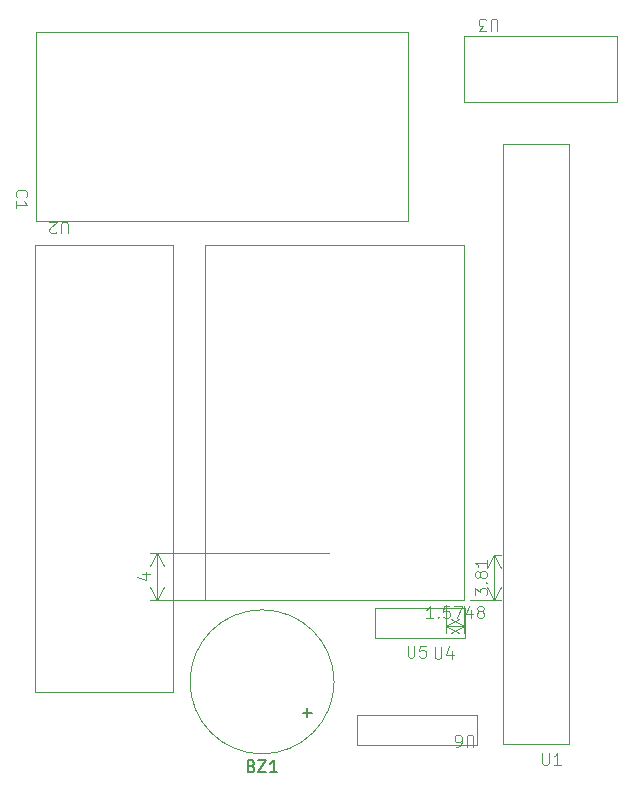
<source format=gbr>
%TF.GenerationSoftware,KiCad,Pcbnew,9.0.2*%
%TF.CreationDate,2025-10-13T23:26:23-04:00*%
%TF.ProjectId,PiHat,50694861-742e-46b6-9963-61645f706362,rev?*%
%TF.SameCoordinates,Original*%
%TF.FileFunction,Legend,Top*%
%TF.FilePolarity,Positive*%
%FSLAX46Y46*%
G04 Gerber Fmt 4.6, Leading zero omitted, Abs format (unit mm)*
G04 Created by KiCad (PCBNEW 9.0.2) date 2025-10-13 23:26:23*
%MOMM*%
%LPD*%
G01*
G04 APERTURE LIST*
%ADD10C,0.100000*%
%ADD11C,0.150000*%
%ADD12C,0.120000*%
G04 APERTURE END LIST*
D10*
X170613095Y-137345419D02*
X170613095Y-138154942D01*
X170613095Y-138154942D02*
X170660714Y-138250180D01*
X170660714Y-138250180D02*
X170708333Y-138297800D01*
X170708333Y-138297800D02*
X170803571Y-138345419D01*
X170803571Y-138345419D02*
X170994047Y-138345419D01*
X170994047Y-138345419D02*
X171089285Y-138297800D01*
X171089285Y-138297800D02*
X171136904Y-138250180D01*
X171136904Y-138250180D02*
X171184523Y-138154942D01*
X171184523Y-138154942D02*
X171184523Y-137345419D01*
X172184523Y-138345419D02*
X171613095Y-138345419D01*
X171898809Y-138345419D02*
X171898809Y-137345419D01*
X171898809Y-137345419D02*
X171803571Y-137488276D01*
X171803571Y-137488276D02*
X171708333Y-137583514D01*
X171708333Y-137583514D02*
X171613095Y-137631133D01*
X126135819Y-90257333D02*
X126088200Y-90209714D01*
X126088200Y-90209714D02*
X126040580Y-90066857D01*
X126040580Y-90066857D02*
X126040580Y-89971619D01*
X126040580Y-89971619D02*
X126088200Y-89828762D01*
X126088200Y-89828762D02*
X126183438Y-89733524D01*
X126183438Y-89733524D02*
X126278676Y-89685905D01*
X126278676Y-89685905D02*
X126469152Y-89638286D01*
X126469152Y-89638286D02*
X126612009Y-89638286D01*
X126612009Y-89638286D02*
X126802485Y-89685905D01*
X126802485Y-89685905D02*
X126897723Y-89733524D01*
X126897723Y-89733524D02*
X126992961Y-89828762D01*
X126992961Y-89828762D02*
X127040580Y-89971619D01*
X127040580Y-89971619D02*
X127040580Y-90066857D01*
X127040580Y-90066857D02*
X126992961Y-90209714D01*
X126992961Y-90209714D02*
X126945342Y-90257333D01*
X126040580Y-91209714D02*
X126040580Y-90638286D01*
X126040580Y-90924000D02*
X127040580Y-90924000D01*
X127040580Y-90924000D02*
X126897723Y-90828762D01*
X126897723Y-90828762D02*
X126802485Y-90733524D01*
X126802485Y-90733524D02*
X126754866Y-90638286D01*
D11*
X146021047Y-138449009D02*
X146163904Y-138496628D01*
X146163904Y-138496628D02*
X146211523Y-138544247D01*
X146211523Y-138544247D02*
X146259142Y-138639485D01*
X146259142Y-138639485D02*
X146259142Y-138782342D01*
X146259142Y-138782342D02*
X146211523Y-138877580D01*
X146211523Y-138877580D02*
X146163904Y-138925200D01*
X146163904Y-138925200D02*
X146068666Y-138972819D01*
X146068666Y-138972819D02*
X145687714Y-138972819D01*
X145687714Y-138972819D02*
X145687714Y-137972819D01*
X145687714Y-137972819D02*
X146021047Y-137972819D01*
X146021047Y-137972819D02*
X146116285Y-138020438D01*
X146116285Y-138020438D02*
X146163904Y-138068057D01*
X146163904Y-138068057D02*
X146211523Y-138163295D01*
X146211523Y-138163295D02*
X146211523Y-138258533D01*
X146211523Y-138258533D02*
X146163904Y-138353771D01*
X146163904Y-138353771D02*
X146116285Y-138401390D01*
X146116285Y-138401390D02*
X146021047Y-138449009D01*
X146021047Y-138449009D02*
X145687714Y-138449009D01*
X146592476Y-137972819D02*
X147259142Y-137972819D01*
X147259142Y-137972819D02*
X146592476Y-138972819D01*
X146592476Y-138972819D02*
X147259142Y-138972819D01*
X148163904Y-138972819D02*
X147592476Y-138972819D01*
X147878190Y-138972819D02*
X147878190Y-137972819D01*
X147878190Y-137972819D02*
X147782952Y-138115676D01*
X147782952Y-138115676D02*
X147687714Y-138210914D01*
X147687714Y-138210914D02*
X147592476Y-138258533D01*
X150331048Y-133931866D02*
X151092953Y-133931866D01*
X150712000Y-134312819D02*
X150712000Y-133550914D01*
D10*
X130469904Y-93353580D02*
X130469904Y-92544057D01*
X130469904Y-92544057D02*
X130422285Y-92448819D01*
X130422285Y-92448819D02*
X130374666Y-92401200D01*
X130374666Y-92401200D02*
X130279428Y-92353580D01*
X130279428Y-92353580D02*
X130088952Y-92353580D01*
X130088952Y-92353580D02*
X129993714Y-92401200D01*
X129993714Y-92401200D02*
X129946095Y-92448819D01*
X129946095Y-92448819D02*
X129898476Y-92544057D01*
X129898476Y-92544057D02*
X129898476Y-93353580D01*
X129469904Y-93258342D02*
X129422285Y-93305961D01*
X129422285Y-93305961D02*
X129327047Y-93353580D01*
X129327047Y-93353580D02*
X129088952Y-93353580D01*
X129088952Y-93353580D02*
X128993714Y-93305961D01*
X128993714Y-93305961D02*
X128946095Y-93258342D01*
X128946095Y-93258342D02*
X128898476Y-93163104D01*
X128898476Y-93163104D02*
X128898476Y-93067866D01*
X128898476Y-93067866D02*
X128946095Y-92925009D01*
X128946095Y-92925009D02*
X129517523Y-92353580D01*
X129517523Y-92353580D02*
X128898476Y-92353580D01*
X164796904Y-136806580D02*
X164796904Y-135997057D01*
X164796904Y-135997057D02*
X164749285Y-135901819D01*
X164749285Y-135901819D02*
X164701666Y-135854200D01*
X164701666Y-135854200D02*
X164606428Y-135806580D01*
X164606428Y-135806580D02*
X164415952Y-135806580D01*
X164415952Y-135806580D02*
X164320714Y-135854200D01*
X164320714Y-135854200D02*
X164273095Y-135901819D01*
X164273095Y-135901819D02*
X164225476Y-135997057D01*
X164225476Y-135997057D02*
X164225476Y-136806580D01*
X163320714Y-136806580D02*
X163511190Y-136806580D01*
X163511190Y-136806580D02*
X163606428Y-136758961D01*
X163606428Y-136758961D02*
X163654047Y-136711342D01*
X163654047Y-136711342D02*
X163749285Y-136568485D01*
X163749285Y-136568485D02*
X163796904Y-136378009D01*
X163796904Y-136378009D02*
X163796904Y-135997057D01*
X163796904Y-135997057D02*
X163749285Y-135901819D01*
X163749285Y-135901819D02*
X163701666Y-135854200D01*
X163701666Y-135854200D02*
X163606428Y-135806580D01*
X163606428Y-135806580D02*
X163415952Y-135806580D01*
X163415952Y-135806580D02*
X163320714Y-135854200D01*
X163320714Y-135854200D02*
X163273095Y-135901819D01*
X163273095Y-135901819D02*
X163225476Y-135997057D01*
X163225476Y-135997057D02*
X163225476Y-136235152D01*
X163225476Y-136235152D02*
X163273095Y-136330390D01*
X163273095Y-136330390D02*
X163320714Y-136378009D01*
X163320714Y-136378009D02*
X163415952Y-136425628D01*
X163415952Y-136425628D02*
X163606428Y-136425628D01*
X163606428Y-136425628D02*
X163701666Y-136378009D01*
X163701666Y-136378009D02*
X163749285Y-136330390D01*
X163749285Y-136330390D02*
X163796904Y-136235152D01*
X136725752Y-122183523D02*
X137392419Y-122183523D01*
X136344800Y-122421618D02*
X137059085Y-122659713D01*
X137059085Y-122659713D02*
X137059085Y-122040666D01*
X164932419Y-123992808D02*
X164932419Y-123373761D01*
X164932419Y-123373761D02*
X165313371Y-123707094D01*
X165313371Y-123707094D02*
X165313371Y-123564237D01*
X165313371Y-123564237D02*
X165360990Y-123468999D01*
X165360990Y-123468999D02*
X165408609Y-123421380D01*
X165408609Y-123421380D02*
X165503847Y-123373761D01*
X165503847Y-123373761D02*
X165741942Y-123373761D01*
X165741942Y-123373761D02*
X165837180Y-123421380D01*
X165837180Y-123421380D02*
X165884800Y-123468999D01*
X165884800Y-123468999D02*
X165932419Y-123564237D01*
X165932419Y-123564237D02*
X165932419Y-123849951D01*
X165932419Y-123849951D02*
X165884800Y-123945189D01*
X165884800Y-123945189D02*
X165837180Y-123992808D01*
X165837180Y-122945189D02*
X165884800Y-122897570D01*
X165884800Y-122897570D02*
X165932419Y-122945189D01*
X165932419Y-122945189D02*
X165884800Y-122992808D01*
X165884800Y-122992808D02*
X165837180Y-122945189D01*
X165837180Y-122945189D02*
X165932419Y-122945189D01*
X165360990Y-122326142D02*
X165313371Y-122421380D01*
X165313371Y-122421380D02*
X165265752Y-122468999D01*
X165265752Y-122468999D02*
X165170514Y-122516618D01*
X165170514Y-122516618D02*
X165122895Y-122516618D01*
X165122895Y-122516618D02*
X165027657Y-122468999D01*
X165027657Y-122468999D02*
X164980038Y-122421380D01*
X164980038Y-122421380D02*
X164932419Y-122326142D01*
X164932419Y-122326142D02*
X164932419Y-122135666D01*
X164932419Y-122135666D02*
X164980038Y-122040428D01*
X164980038Y-122040428D02*
X165027657Y-121992809D01*
X165027657Y-121992809D02*
X165122895Y-121945190D01*
X165122895Y-121945190D02*
X165170514Y-121945190D01*
X165170514Y-121945190D02*
X165265752Y-121992809D01*
X165265752Y-121992809D02*
X165313371Y-122040428D01*
X165313371Y-122040428D02*
X165360990Y-122135666D01*
X165360990Y-122135666D02*
X165360990Y-122326142D01*
X165360990Y-122326142D02*
X165408609Y-122421380D01*
X165408609Y-122421380D02*
X165456228Y-122468999D01*
X165456228Y-122468999D02*
X165551466Y-122516618D01*
X165551466Y-122516618D02*
X165741942Y-122516618D01*
X165741942Y-122516618D02*
X165837180Y-122468999D01*
X165837180Y-122468999D02*
X165884800Y-122421380D01*
X165884800Y-122421380D02*
X165932419Y-122326142D01*
X165932419Y-122326142D02*
X165932419Y-122135666D01*
X165932419Y-122135666D02*
X165884800Y-122040428D01*
X165884800Y-122040428D02*
X165837180Y-121992809D01*
X165837180Y-121992809D02*
X165741942Y-121945190D01*
X165741942Y-121945190D02*
X165551466Y-121945190D01*
X165551466Y-121945190D02*
X165456228Y-121992809D01*
X165456228Y-121992809D02*
X165408609Y-122040428D01*
X165408609Y-122040428D02*
X165360990Y-122135666D01*
X165932419Y-120992809D02*
X165932419Y-121564237D01*
X165932419Y-121278523D02*
X164932419Y-121278523D01*
X164932419Y-121278523D02*
X165075276Y-121373761D01*
X165075276Y-121373761D02*
X165170514Y-121468999D01*
X165170514Y-121468999D02*
X165218133Y-121564237D01*
X161390457Y-125915819D02*
X160819029Y-125915819D01*
X161104743Y-125915819D02*
X161104743Y-124915819D01*
X161104743Y-124915819D02*
X161009505Y-125058676D01*
X161009505Y-125058676D02*
X160914267Y-125153914D01*
X160914267Y-125153914D02*
X160819029Y-125201533D01*
X161819029Y-125820580D02*
X161866648Y-125868200D01*
X161866648Y-125868200D02*
X161819029Y-125915819D01*
X161819029Y-125915819D02*
X161771410Y-125868200D01*
X161771410Y-125868200D02*
X161819029Y-125820580D01*
X161819029Y-125820580D02*
X161819029Y-125915819D01*
X162771409Y-124915819D02*
X162295219Y-124915819D01*
X162295219Y-124915819D02*
X162247600Y-125392009D01*
X162247600Y-125392009D02*
X162295219Y-125344390D01*
X162295219Y-125344390D02*
X162390457Y-125296771D01*
X162390457Y-125296771D02*
X162628552Y-125296771D01*
X162628552Y-125296771D02*
X162723790Y-125344390D01*
X162723790Y-125344390D02*
X162771409Y-125392009D01*
X162771409Y-125392009D02*
X162819028Y-125487247D01*
X162819028Y-125487247D02*
X162819028Y-125725342D01*
X162819028Y-125725342D02*
X162771409Y-125820580D01*
X162771409Y-125820580D02*
X162723790Y-125868200D01*
X162723790Y-125868200D02*
X162628552Y-125915819D01*
X162628552Y-125915819D02*
X162390457Y-125915819D01*
X162390457Y-125915819D02*
X162295219Y-125868200D01*
X162295219Y-125868200D02*
X162247600Y-125820580D01*
X163152362Y-124915819D02*
X163819028Y-124915819D01*
X163819028Y-124915819D02*
X163390457Y-125915819D01*
X164628552Y-125249152D02*
X164628552Y-125915819D01*
X164390457Y-124868200D02*
X164152362Y-125582485D01*
X164152362Y-125582485D02*
X164771409Y-125582485D01*
X165295219Y-125344390D02*
X165199981Y-125296771D01*
X165199981Y-125296771D02*
X165152362Y-125249152D01*
X165152362Y-125249152D02*
X165104743Y-125153914D01*
X165104743Y-125153914D02*
X165104743Y-125106295D01*
X165104743Y-125106295D02*
X165152362Y-125011057D01*
X165152362Y-125011057D02*
X165199981Y-124963438D01*
X165199981Y-124963438D02*
X165295219Y-124915819D01*
X165295219Y-124915819D02*
X165485695Y-124915819D01*
X165485695Y-124915819D02*
X165580933Y-124963438D01*
X165580933Y-124963438D02*
X165628552Y-125011057D01*
X165628552Y-125011057D02*
X165676171Y-125106295D01*
X165676171Y-125106295D02*
X165676171Y-125153914D01*
X165676171Y-125153914D02*
X165628552Y-125249152D01*
X165628552Y-125249152D02*
X165580933Y-125296771D01*
X165580933Y-125296771D02*
X165485695Y-125344390D01*
X165485695Y-125344390D02*
X165295219Y-125344390D01*
X165295219Y-125344390D02*
X165199981Y-125392009D01*
X165199981Y-125392009D02*
X165152362Y-125439628D01*
X165152362Y-125439628D02*
X165104743Y-125534866D01*
X165104743Y-125534866D02*
X165104743Y-125725342D01*
X165104743Y-125725342D02*
X165152362Y-125820580D01*
X165152362Y-125820580D02*
X165199981Y-125868200D01*
X165199981Y-125868200D02*
X165295219Y-125915819D01*
X165295219Y-125915819D02*
X165485695Y-125915819D01*
X165485695Y-125915819D02*
X165580933Y-125868200D01*
X165580933Y-125868200D02*
X165628552Y-125820580D01*
X165628552Y-125820580D02*
X165676171Y-125725342D01*
X165676171Y-125725342D02*
X165676171Y-125534866D01*
X165676171Y-125534866D02*
X165628552Y-125439628D01*
X165628552Y-125439628D02*
X165580933Y-125392009D01*
X165580933Y-125392009D02*
X165485695Y-125344390D01*
X166818904Y-76180580D02*
X166818904Y-75371057D01*
X166818904Y-75371057D02*
X166771285Y-75275819D01*
X166771285Y-75275819D02*
X166723666Y-75228200D01*
X166723666Y-75228200D02*
X166628428Y-75180580D01*
X166628428Y-75180580D02*
X166437952Y-75180580D01*
X166437952Y-75180580D02*
X166342714Y-75228200D01*
X166342714Y-75228200D02*
X166295095Y-75275819D01*
X166295095Y-75275819D02*
X166247476Y-75371057D01*
X166247476Y-75371057D02*
X166247476Y-76180580D01*
X165866523Y-76180580D02*
X165247476Y-76180580D01*
X165247476Y-76180580D02*
X165580809Y-75799628D01*
X165580809Y-75799628D02*
X165437952Y-75799628D01*
X165437952Y-75799628D02*
X165342714Y-75752009D01*
X165342714Y-75752009D02*
X165295095Y-75704390D01*
X165295095Y-75704390D02*
X165247476Y-75609152D01*
X165247476Y-75609152D02*
X165247476Y-75371057D01*
X165247476Y-75371057D02*
X165295095Y-75275819D01*
X165295095Y-75275819D02*
X165342714Y-75228200D01*
X165342714Y-75228200D02*
X165437952Y-75180580D01*
X165437952Y-75180580D02*
X165723666Y-75180580D01*
X165723666Y-75180580D02*
X165818904Y-75228200D01*
X165818904Y-75228200D02*
X165866523Y-75275819D01*
X161517095Y-128362419D02*
X161517095Y-129171942D01*
X161517095Y-129171942D02*
X161564714Y-129267180D01*
X161564714Y-129267180D02*
X161612333Y-129314800D01*
X161612333Y-129314800D02*
X161707571Y-129362419D01*
X161707571Y-129362419D02*
X161898047Y-129362419D01*
X161898047Y-129362419D02*
X161993285Y-129314800D01*
X161993285Y-129314800D02*
X162040904Y-129267180D01*
X162040904Y-129267180D02*
X162088523Y-129171942D01*
X162088523Y-129171942D02*
X162088523Y-128362419D01*
X162993285Y-128695752D02*
X162993285Y-129362419D01*
X162755190Y-128314800D02*
X162517095Y-129029085D01*
X162517095Y-129029085D02*
X163136142Y-129029085D01*
X159231095Y-128259419D02*
X159231095Y-129068942D01*
X159231095Y-129068942D02*
X159278714Y-129164180D01*
X159278714Y-129164180D02*
X159326333Y-129211800D01*
X159326333Y-129211800D02*
X159421571Y-129259419D01*
X159421571Y-129259419D02*
X159612047Y-129259419D01*
X159612047Y-129259419D02*
X159707285Y-129211800D01*
X159707285Y-129211800D02*
X159754904Y-129164180D01*
X159754904Y-129164180D02*
X159802523Y-129068942D01*
X159802523Y-129068942D02*
X159802523Y-128259419D01*
X160754904Y-128259419D02*
X160278714Y-128259419D01*
X160278714Y-128259419D02*
X160231095Y-128735609D01*
X160231095Y-128735609D02*
X160278714Y-128687990D01*
X160278714Y-128687990D02*
X160373952Y-128640371D01*
X160373952Y-128640371D02*
X160612047Y-128640371D01*
X160612047Y-128640371D02*
X160707285Y-128687990D01*
X160707285Y-128687990D02*
X160754904Y-128735609D01*
X160754904Y-128735609D02*
X160802523Y-128830847D01*
X160802523Y-128830847D02*
X160802523Y-129068942D01*
X160802523Y-129068942D02*
X160754904Y-129164180D01*
X160754904Y-129164180D02*
X160707285Y-129211800D01*
X160707285Y-129211800D02*
X160612047Y-129259419D01*
X160612047Y-129259419D02*
X160373952Y-129259419D01*
X160373952Y-129259419D02*
X160278714Y-129211800D01*
X160278714Y-129211800D02*
X160231095Y-129164180D01*
%TO.C,U1*%
X167311000Y-85818000D02*
X172899000Y-85818000D01*
X172899000Y-136618000D01*
X167311000Y-136618000D01*
X167311000Y-85818000D01*
%TO.C,C1*%
X159264000Y-76327000D02*
X127768000Y-76327000D01*
X127768000Y-92329000D01*
X159264000Y-92329000D01*
X159264000Y-76327000D01*
D12*
%TO.C,BZ1*%
X153002000Y-131318000D02*
G75*
G02*
X140802000Y-131318000I-6100000J0D01*
G01*
X140802000Y-131318000D02*
G75*
G02*
X153002000Y-131318000I6100000J0D01*
G01*
%TO.C,U2*%
D10*
X139360000Y-132181000D02*
X127676000Y-132181000D01*
X127676000Y-94335000D01*
X139360000Y-94335000D01*
X139360000Y-132181000D01*
%TO.C,U6*%
X164035000Y-124374000D02*
X142035000Y-124374000D01*
X142035000Y-94374000D01*
X164035000Y-94374000D01*
X164035000Y-124374000D01*
X136725752Y-122183523D02*
X137392419Y-122183523D01*
X136344800Y-122421618D02*
X137059085Y-122659713D01*
X137059085Y-122659713D02*
X137059085Y-122040666D01*
X152535000Y-120374000D02*
X137448580Y-120374000D01*
X137448580Y-124374000D02*
X152535000Y-124374000D01*
X138035000Y-120374000D02*
X138035000Y-124374000D01*
X138035000Y-120374000D02*
X138621421Y-121500504D01*
X138035000Y-120374000D02*
X137448579Y-121500504D01*
X138035000Y-124374000D02*
X137448579Y-123247496D01*
X138035000Y-124374000D02*
X138621421Y-123247496D01*
X164932419Y-123992808D02*
X164932419Y-123373761D01*
X164932419Y-123373761D02*
X165313371Y-123707094D01*
X165313371Y-123707094D02*
X165313371Y-123564237D01*
X165313371Y-123564237D02*
X165360990Y-123468999D01*
X165360990Y-123468999D02*
X165408609Y-123421380D01*
X165408609Y-123421380D02*
X165503847Y-123373761D01*
X165503847Y-123373761D02*
X165741942Y-123373761D01*
X165741942Y-123373761D02*
X165837180Y-123421380D01*
X165837180Y-123421380D02*
X165884800Y-123468999D01*
X165884800Y-123468999D02*
X165932419Y-123564237D01*
X165932419Y-123564237D02*
X165932419Y-123849951D01*
X165932419Y-123849951D02*
X165884800Y-123945189D01*
X165884800Y-123945189D02*
X165837180Y-123992808D01*
X165837180Y-122945189D02*
X165884800Y-122897570D01*
X165884800Y-122897570D02*
X165932419Y-122945189D01*
X165932419Y-122945189D02*
X165884800Y-122992808D01*
X165884800Y-122992808D02*
X165837180Y-122945189D01*
X165837180Y-122945189D02*
X165932419Y-122945189D01*
X165360990Y-122326142D02*
X165313371Y-122421380D01*
X165313371Y-122421380D02*
X165265752Y-122468999D01*
X165265752Y-122468999D02*
X165170514Y-122516618D01*
X165170514Y-122516618D02*
X165122895Y-122516618D01*
X165122895Y-122516618D02*
X165027657Y-122468999D01*
X165027657Y-122468999D02*
X164980038Y-122421380D01*
X164980038Y-122421380D02*
X164932419Y-122326142D01*
X164932419Y-122326142D02*
X164932419Y-122135666D01*
X164932419Y-122135666D02*
X164980038Y-122040428D01*
X164980038Y-122040428D02*
X165027657Y-121992809D01*
X165027657Y-121992809D02*
X165122895Y-121945190D01*
X165122895Y-121945190D02*
X165170514Y-121945190D01*
X165170514Y-121945190D02*
X165265752Y-121992809D01*
X165265752Y-121992809D02*
X165313371Y-122040428D01*
X165313371Y-122040428D02*
X165360990Y-122135666D01*
X165360990Y-122135666D02*
X165360990Y-122326142D01*
X165360990Y-122326142D02*
X165408609Y-122421380D01*
X165408609Y-122421380D02*
X165456228Y-122468999D01*
X165456228Y-122468999D02*
X165551466Y-122516618D01*
X165551466Y-122516618D02*
X165741942Y-122516618D01*
X165741942Y-122516618D02*
X165837180Y-122468999D01*
X165837180Y-122468999D02*
X165884800Y-122421380D01*
X165884800Y-122421380D02*
X165932419Y-122326142D01*
X165932419Y-122326142D02*
X165932419Y-122135666D01*
X165932419Y-122135666D02*
X165884800Y-122040428D01*
X165884800Y-122040428D02*
X165837180Y-121992809D01*
X165837180Y-121992809D02*
X165741942Y-121945190D01*
X165741942Y-121945190D02*
X165551466Y-121945190D01*
X165551466Y-121945190D02*
X165456228Y-121992809D01*
X165456228Y-121992809D02*
X165408609Y-122040428D01*
X165408609Y-122040428D02*
X165360990Y-122135666D01*
X165932419Y-120992809D02*
X165932419Y-121564237D01*
X165932419Y-121278523D02*
X164932419Y-121278523D01*
X164932419Y-121278523D02*
X165075276Y-121373761D01*
X165075276Y-121373761D02*
X165170514Y-121468999D01*
X165170514Y-121468999D02*
X165218133Y-121564237D01*
X164535000Y-124374000D02*
X167161420Y-124374000D01*
X167161420Y-120564000D02*
X166567000Y-120564000D01*
X166575000Y-124374000D02*
X166575000Y-120564000D01*
X166575000Y-124374000D02*
X165988579Y-123247496D01*
X166575000Y-124374000D02*
X167161421Y-123247496D01*
X166575000Y-120564000D02*
X167161421Y-121690504D01*
X166575000Y-120564000D02*
X165988579Y-121690504D01*
X161390457Y-125915819D02*
X160819029Y-125915819D01*
X161104743Y-125915819D02*
X161104743Y-124915819D01*
X161104743Y-124915819D02*
X161009505Y-125058676D01*
X161009505Y-125058676D02*
X160914267Y-125153914D01*
X160914267Y-125153914D02*
X160819029Y-125201533D01*
X161819029Y-125820580D02*
X161866648Y-125868200D01*
X161866648Y-125868200D02*
X161819029Y-125915819D01*
X161819029Y-125915819D02*
X161771410Y-125868200D01*
X161771410Y-125868200D02*
X161819029Y-125820580D01*
X161819029Y-125820580D02*
X161819029Y-125915819D01*
X162771409Y-124915819D02*
X162295219Y-124915819D01*
X162295219Y-124915819D02*
X162247600Y-125392009D01*
X162247600Y-125392009D02*
X162295219Y-125344390D01*
X162295219Y-125344390D02*
X162390457Y-125296771D01*
X162390457Y-125296771D02*
X162628552Y-125296771D01*
X162628552Y-125296771D02*
X162723790Y-125344390D01*
X162723790Y-125344390D02*
X162771409Y-125392009D01*
X162771409Y-125392009D02*
X162819028Y-125487247D01*
X162819028Y-125487247D02*
X162819028Y-125725342D01*
X162819028Y-125725342D02*
X162771409Y-125820580D01*
X162771409Y-125820580D02*
X162723790Y-125868200D01*
X162723790Y-125868200D02*
X162628552Y-125915819D01*
X162628552Y-125915819D02*
X162390457Y-125915819D01*
X162390457Y-125915819D02*
X162295219Y-125868200D01*
X162295219Y-125868200D02*
X162247600Y-125820580D01*
X163152362Y-124915819D02*
X163819028Y-124915819D01*
X163819028Y-124915819D02*
X163390457Y-125915819D01*
X164628552Y-125249152D02*
X164628552Y-125915819D01*
X164390457Y-124868200D02*
X164152362Y-125582485D01*
X164152362Y-125582485D02*
X164771409Y-125582485D01*
X165295219Y-125344390D02*
X165199981Y-125296771D01*
X165199981Y-125296771D02*
X165152362Y-125249152D01*
X165152362Y-125249152D02*
X165104743Y-125153914D01*
X165104743Y-125153914D02*
X165104743Y-125106295D01*
X165104743Y-125106295D02*
X165152362Y-125011057D01*
X165152362Y-125011057D02*
X165199981Y-124963438D01*
X165199981Y-124963438D02*
X165295219Y-124915819D01*
X165295219Y-124915819D02*
X165485695Y-124915819D01*
X165485695Y-124915819D02*
X165580933Y-124963438D01*
X165580933Y-124963438D02*
X165628552Y-125011057D01*
X165628552Y-125011057D02*
X165676171Y-125106295D01*
X165676171Y-125106295D02*
X165676171Y-125153914D01*
X165676171Y-125153914D02*
X165628552Y-125249152D01*
X165628552Y-125249152D02*
X165580933Y-125296771D01*
X165580933Y-125296771D02*
X165485695Y-125344390D01*
X165485695Y-125344390D02*
X165295219Y-125344390D01*
X165295219Y-125344390D02*
X165199981Y-125392009D01*
X165199981Y-125392009D02*
X165152362Y-125439628D01*
X165152362Y-125439628D02*
X165104743Y-125534866D01*
X165104743Y-125534866D02*
X165104743Y-125725342D01*
X165104743Y-125725342D02*
X165152362Y-125820580D01*
X165152362Y-125820580D02*
X165199981Y-125868200D01*
X165199981Y-125868200D02*
X165295219Y-125915819D01*
X165295219Y-125915819D02*
X165485695Y-125915819D01*
X165485695Y-125915819D02*
X165580933Y-125868200D01*
X165580933Y-125868200D02*
X165628552Y-125820580D01*
X165628552Y-125820580D02*
X165676171Y-125725342D01*
X165676171Y-125725342D02*
X165676171Y-125534866D01*
X165676171Y-125534866D02*
X165628552Y-125439628D01*
X165628552Y-125439628D02*
X165580933Y-125392009D01*
X165580933Y-125392009D02*
X165485695Y-125344390D01*
X164035000Y-124874000D02*
X164035000Y-127144820D01*
X162460200Y-127144820D02*
X162460200Y-124823200D01*
X164035000Y-126558400D02*
X162460200Y-126558400D01*
X164035000Y-126558400D02*
X162908496Y-127144821D01*
X164035000Y-126558400D02*
X162908496Y-125971979D01*
X162460200Y-126558400D02*
X163586704Y-125971979D01*
X162460200Y-126558400D02*
X163586704Y-127144821D01*
%TO.C,U3*%
X176979000Y-82242000D02*
X164025000Y-82242000D01*
X164025000Y-76654000D01*
X176979000Y-76654000D01*
X176979000Y-82242000D01*
%TO.C,U4*%
X156437000Y-125095000D02*
X164057000Y-125095000D01*
X164057000Y-127635000D01*
X156437000Y-127635000D01*
X156437000Y-125095000D01*
%TO.C,U5*%
X154913000Y-134112000D02*
X165073000Y-134112000D01*
X165073000Y-136652000D01*
X154913000Y-136652000D01*
X154913000Y-134112000D01*
%TD*%
M02*

</source>
